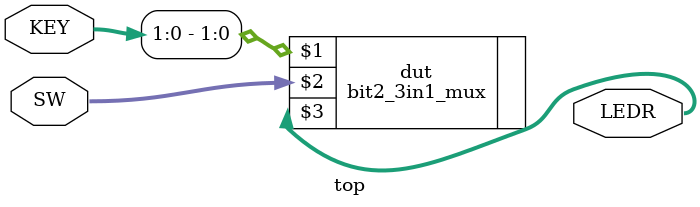
<source format=v>
module top (SW, KEY, LEDR);

    input wire [9:0] SW;        // DE-series switches
    input wire [3:0] KEY;       // DE-series pushbuttons

    output wire [9:0] LEDR;     // DE-series LEDs   

    bit2_3in1_mux dut (KEY[1:0], SW, LEDR);
 
endmodule


</source>
